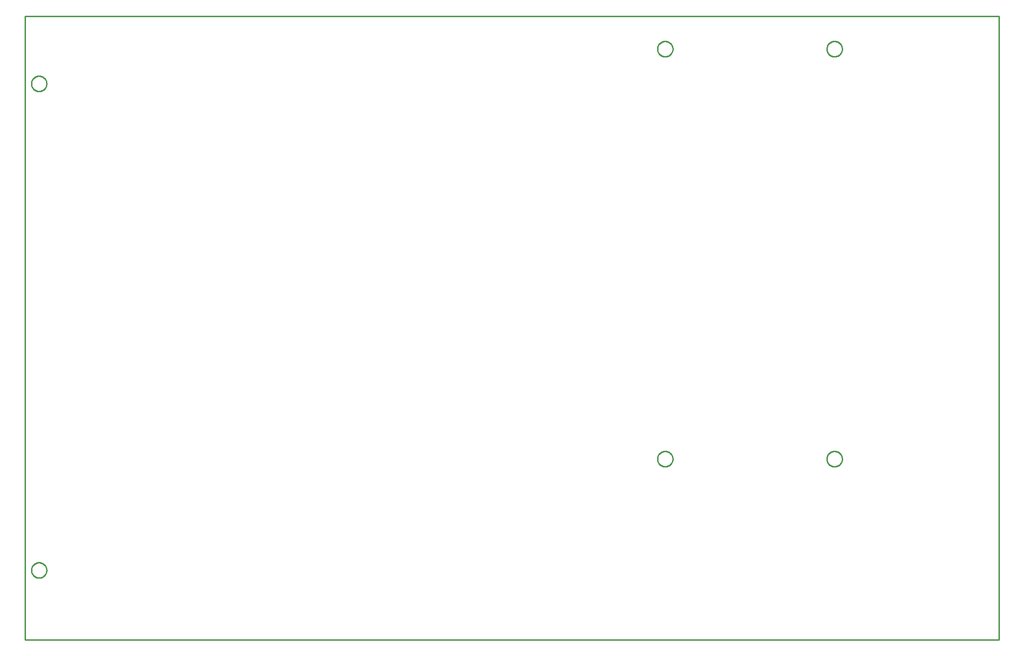
<source format=gbr>
G04 EAGLE Gerber RS-274X export*
G75*
%MOMM*%
%FSLAX34Y34*%
%LPD*%
%IN*%
%IPPOS*%
%AMOC8*
5,1,8,0,0,1.08239X$1,22.5*%
G01*
%ADD10C,0.254000*%


D10*
X0Y0D02*
X1777800Y0D01*
X1777800Y1139700D01*
X0Y1139700D01*
X0Y0D01*
X11430Y1016563D02*
X11501Y1017558D01*
X11643Y1018546D01*
X11855Y1019521D01*
X12136Y1020479D01*
X12485Y1021414D01*
X12900Y1022321D01*
X13378Y1023197D01*
X13917Y1024037D01*
X14515Y1024835D01*
X15169Y1025589D01*
X15875Y1026295D01*
X16629Y1026949D01*
X17428Y1027547D01*
X18267Y1028086D01*
X19143Y1028564D01*
X20051Y1028979D01*
X20985Y1029328D01*
X21943Y1029609D01*
X22918Y1029821D01*
X23906Y1029963D01*
X24901Y1030034D01*
X25899Y1030034D01*
X26894Y1029963D01*
X27882Y1029821D01*
X28857Y1029609D01*
X29815Y1029328D01*
X30750Y1028979D01*
X31657Y1028564D01*
X32533Y1028086D01*
X33373Y1027547D01*
X34171Y1026949D01*
X34925Y1026295D01*
X35631Y1025589D01*
X36285Y1024835D01*
X36883Y1024037D01*
X37422Y1023197D01*
X37900Y1022321D01*
X38315Y1021414D01*
X38664Y1020479D01*
X38945Y1019521D01*
X39157Y1018546D01*
X39299Y1017558D01*
X39370Y1016563D01*
X39370Y1015565D01*
X39299Y1014570D01*
X39157Y1013582D01*
X38945Y1012607D01*
X38664Y1011649D01*
X38315Y1010715D01*
X37900Y1009807D01*
X37422Y1008931D01*
X36883Y1008092D01*
X36285Y1007293D01*
X35631Y1006539D01*
X34925Y1005833D01*
X34171Y1005179D01*
X33373Y1004581D01*
X32533Y1004042D01*
X31657Y1003564D01*
X30750Y1003149D01*
X29815Y1002800D01*
X28857Y1002519D01*
X27882Y1002307D01*
X26894Y1002165D01*
X25899Y1002094D01*
X24901Y1002094D01*
X23906Y1002165D01*
X22918Y1002307D01*
X21943Y1002519D01*
X20985Y1002800D01*
X20051Y1003149D01*
X19143Y1003564D01*
X18267Y1004042D01*
X17428Y1004581D01*
X16629Y1005179D01*
X15875Y1005833D01*
X15169Y1006539D01*
X14515Y1007293D01*
X13917Y1008092D01*
X13378Y1008931D01*
X12900Y1009807D01*
X12485Y1010715D01*
X12136Y1011649D01*
X11855Y1012607D01*
X11643Y1013582D01*
X11501Y1014570D01*
X11430Y1015565D01*
X11430Y1016563D01*
X11430Y127435D02*
X11501Y128430D01*
X11643Y129418D01*
X11855Y130393D01*
X12136Y131351D01*
X12485Y132286D01*
X12900Y133193D01*
X13378Y134069D01*
X13917Y134909D01*
X14515Y135707D01*
X15169Y136461D01*
X15875Y137167D01*
X16629Y137821D01*
X17428Y138419D01*
X18267Y138958D01*
X19143Y139436D01*
X20051Y139851D01*
X20985Y140200D01*
X21943Y140481D01*
X22918Y140693D01*
X23906Y140835D01*
X24901Y140906D01*
X25899Y140906D01*
X26894Y140835D01*
X27882Y140693D01*
X28857Y140481D01*
X29815Y140200D01*
X30750Y139851D01*
X31657Y139436D01*
X32533Y138958D01*
X33373Y138419D01*
X34171Y137821D01*
X34925Y137167D01*
X35631Y136461D01*
X36285Y135707D01*
X36883Y134909D01*
X37422Y134069D01*
X37900Y133193D01*
X38315Y132286D01*
X38664Y131351D01*
X38945Y130393D01*
X39157Y129418D01*
X39299Y128430D01*
X39370Y127435D01*
X39370Y126437D01*
X39299Y125442D01*
X39157Y124454D01*
X38945Y123479D01*
X38664Y122521D01*
X38315Y121587D01*
X37900Y120679D01*
X37422Y119803D01*
X36883Y118964D01*
X36285Y118165D01*
X35631Y117411D01*
X34925Y116705D01*
X34171Y116051D01*
X33373Y115453D01*
X32533Y114914D01*
X31657Y114436D01*
X30750Y114021D01*
X29815Y113672D01*
X28857Y113391D01*
X27882Y113179D01*
X26894Y113037D01*
X25899Y112966D01*
X24901Y112966D01*
X23906Y113037D01*
X22918Y113179D01*
X21943Y113391D01*
X20985Y113672D01*
X20051Y114021D01*
X19143Y114436D01*
X18267Y114914D01*
X17428Y115453D01*
X16629Y116051D01*
X15875Y116705D01*
X15169Y117411D01*
X14515Y118165D01*
X13917Y118964D01*
X13378Y119803D01*
X12900Y120679D01*
X12485Y121587D01*
X12136Y122521D01*
X11855Y123479D01*
X11643Y124454D01*
X11501Y125442D01*
X11430Y126437D01*
X11430Y127435D01*
X1167900Y1065500D02*
X1166903Y1065571D01*
X1165913Y1065714D01*
X1164936Y1065926D01*
X1163976Y1066208D01*
X1163039Y1066557D01*
X1162129Y1066973D01*
X1161252Y1067452D01*
X1160410Y1067993D01*
X1159610Y1068592D01*
X1158854Y1069247D01*
X1158147Y1069954D01*
X1157492Y1070710D01*
X1156893Y1071510D01*
X1156352Y1072352D01*
X1155873Y1073229D01*
X1155457Y1074139D01*
X1155108Y1075076D01*
X1154826Y1076036D01*
X1154614Y1077013D01*
X1154471Y1078003D01*
X1154400Y1079000D01*
X1154400Y1080000D01*
X1154471Y1080998D01*
X1154614Y1081987D01*
X1154826Y1082965D01*
X1155108Y1083924D01*
X1155457Y1084861D01*
X1155873Y1085771D01*
X1156352Y1086648D01*
X1156893Y1087490D01*
X1157492Y1088290D01*
X1158147Y1089046D01*
X1158854Y1089753D01*
X1159610Y1090408D01*
X1160410Y1091007D01*
X1161252Y1091548D01*
X1162129Y1092027D01*
X1163039Y1092443D01*
X1163976Y1092792D01*
X1164936Y1093074D01*
X1165913Y1093286D01*
X1166903Y1093429D01*
X1167900Y1093500D01*
X1168900Y1093500D01*
X1169898Y1093429D01*
X1170887Y1093286D01*
X1171865Y1093074D01*
X1172824Y1092792D01*
X1173761Y1092443D01*
X1174671Y1092027D01*
X1175548Y1091548D01*
X1176390Y1091007D01*
X1177190Y1090408D01*
X1177946Y1089753D01*
X1178653Y1089046D01*
X1179308Y1088290D01*
X1179907Y1087490D01*
X1180448Y1086648D01*
X1180927Y1085771D01*
X1181343Y1084861D01*
X1181692Y1083924D01*
X1181974Y1082965D01*
X1182186Y1081987D01*
X1182329Y1080998D01*
X1182400Y1080000D01*
X1182400Y1079000D01*
X1182329Y1078003D01*
X1182186Y1077013D01*
X1181974Y1076036D01*
X1181692Y1075076D01*
X1181343Y1074139D01*
X1180927Y1073229D01*
X1180448Y1072352D01*
X1179907Y1071510D01*
X1179308Y1070710D01*
X1178653Y1069954D01*
X1177946Y1069247D01*
X1177190Y1068592D01*
X1176390Y1067993D01*
X1175548Y1067452D01*
X1174671Y1066973D01*
X1173761Y1066557D01*
X1172824Y1066208D01*
X1171865Y1065926D01*
X1170887Y1065714D01*
X1169898Y1065571D01*
X1168900Y1065500D01*
X1167900Y1065500D01*
X1477100Y1065500D02*
X1476103Y1065571D01*
X1475113Y1065714D01*
X1474136Y1065926D01*
X1473176Y1066208D01*
X1472239Y1066557D01*
X1471329Y1066973D01*
X1470452Y1067452D01*
X1469610Y1067993D01*
X1468810Y1068592D01*
X1468054Y1069247D01*
X1467347Y1069954D01*
X1466692Y1070710D01*
X1466093Y1071510D01*
X1465552Y1072352D01*
X1465073Y1073229D01*
X1464657Y1074139D01*
X1464308Y1075076D01*
X1464026Y1076036D01*
X1463814Y1077013D01*
X1463671Y1078003D01*
X1463600Y1079000D01*
X1463600Y1080000D01*
X1463671Y1080998D01*
X1463814Y1081987D01*
X1464026Y1082965D01*
X1464308Y1083924D01*
X1464657Y1084861D01*
X1465073Y1085771D01*
X1465552Y1086648D01*
X1466093Y1087490D01*
X1466692Y1088290D01*
X1467347Y1089046D01*
X1468054Y1089753D01*
X1468810Y1090408D01*
X1469610Y1091007D01*
X1470452Y1091548D01*
X1471329Y1092027D01*
X1472239Y1092443D01*
X1473176Y1092792D01*
X1474136Y1093074D01*
X1475113Y1093286D01*
X1476103Y1093429D01*
X1477100Y1093500D01*
X1478100Y1093500D01*
X1479098Y1093429D01*
X1480087Y1093286D01*
X1481065Y1093074D01*
X1482024Y1092792D01*
X1482961Y1092443D01*
X1483871Y1092027D01*
X1484748Y1091548D01*
X1485590Y1091007D01*
X1486390Y1090408D01*
X1487146Y1089753D01*
X1487853Y1089046D01*
X1488508Y1088290D01*
X1489107Y1087490D01*
X1489648Y1086648D01*
X1490127Y1085771D01*
X1490543Y1084861D01*
X1490892Y1083924D01*
X1491174Y1082965D01*
X1491386Y1081987D01*
X1491529Y1080998D01*
X1491600Y1080000D01*
X1491600Y1079000D01*
X1491529Y1078003D01*
X1491386Y1077013D01*
X1491174Y1076036D01*
X1490892Y1075076D01*
X1490543Y1074139D01*
X1490127Y1073229D01*
X1489648Y1072352D01*
X1489107Y1071510D01*
X1488508Y1070710D01*
X1487853Y1069954D01*
X1487146Y1069247D01*
X1486390Y1068592D01*
X1485590Y1067993D01*
X1484748Y1067452D01*
X1483871Y1066973D01*
X1482961Y1066557D01*
X1482024Y1066208D01*
X1481065Y1065926D01*
X1480087Y1065714D01*
X1479098Y1065571D01*
X1478100Y1065500D01*
X1477100Y1065500D01*
X1477100Y316300D02*
X1476103Y316371D01*
X1475113Y316514D01*
X1474136Y316726D01*
X1473176Y317008D01*
X1472239Y317357D01*
X1471329Y317773D01*
X1470452Y318252D01*
X1469610Y318793D01*
X1468810Y319392D01*
X1468054Y320047D01*
X1467347Y320754D01*
X1466692Y321510D01*
X1466093Y322310D01*
X1465552Y323152D01*
X1465073Y324029D01*
X1464657Y324939D01*
X1464308Y325876D01*
X1464026Y326836D01*
X1463814Y327813D01*
X1463671Y328803D01*
X1463600Y329800D01*
X1463600Y330800D01*
X1463671Y331798D01*
X1463814Y332787D01*
X1464026Y333765D01*
X1464308Y334724D01*
X1464657Y335661D01*
X1465073Y336571D01*
X1465552Y337448D01*
X1466093Y338290D01*
X1466692Y339090D01*
X1467347Y339846D01*
X1468054Y340553D01*
X1468810Y341208D01*
X1469610Y341807D01*
X1470452Y342348D01*
X1471329Y342827D01*
X1472239Y343243D01*
X1473176Y343592D01*
X1474136Y343874D01*
X1475113Y344086D01*
X1476103Y344229D01*
X1477100Y344300D01*
X1478100Y344300D01*
X1479098Y344229D01*
X1480087Y344086D01*
X1481065Y343874D01*
X1482024Y343592D01*
X1482961Y343243D01*
X1483871Y342827D01*
X1484748Y342348D01*
X1485590Y341807D01*
X1486390Y341208D01*
X1487146Y340553D01*
X1487853Y339846D01*
X1488508Y339090D01*
X1489107Y338290D01*
X1489648Y337448D01*
X1490127Y336571D01*
X1490543Y335661D01*
X1490892Y334724D01*
X1491174Y333765D01*
X1491386Y332787D01*
X1491529Y331798D01*
X1491600Y330800D01*
X1491600Y329800D01*
X1491529Y328803D01*
X1491386Y327813D01*
X1491174Y326836D01*
X1490892Y325876D01*
X1490543Y324939D01*
X1490127Y324029D01*
X1489648Y323152D01*
X1489107Y322310D01*
X1488508Y321510D01*
X1487853Y320754D01*
X1487146Y320047D01*
X1486390Y319392D01*
X1485590Y318793D01*
X1484748Y318252D01*
X1483871Y317773D01*
X1482961Y317357D01*
X1482024Y317008D01*
X1481065Y316726D01*
X1480087Y316514D01*
X1479098Y316371D01*
X1478100Y316300D01*
X1477100Y316300D01*
X1167900Y316300D02*
X1166903Y316371D01*
X1165913Y316514D01*
X1164936Y316726D01*
X1163976Y317008D01*
X1163039Y317357D01*
X1162129Y317773D01*
X1161252Y318252D01*
X1160410Y318793D01*
X1159610Y319392D01*
X1158854Y320047D01*
X1158147Y320754D01*
X1157492Y321510D01*
X1156893Y322310D01*
X1156352Y323152D01*
X1155873Y324029D01*
X1155457Y324939D01*
X1155108Y325876D01*
X1154826Y326836D01*
X1154614Y327813D01*
X1154471Y328803D01*
X1154400Y329800D01*
X1154400Y330800D01*
X1154471Y331798D01*
X1154614Y332787D01*
X1154826Y333765D01*
X1155108Y334724D01*
X1155457Y335661D01*
X1155873Y336571D01*
X1156352Y337448D01*
X1156893Y338290D01*
X1157492Y339090D01*
X1158147Y339846D01*
X1158854Y340553D01*
X1159610Y341208D01*
X1160410Y341807D01*
X1161252Y342348D01*
X1162129Y342827D01*
X1163039Y343243D01*
X1163976Y343592D01*
X1164936Y343874D01*
X1165913Y344086D01*
X1166903Y344229D01*
X1167900Y344300D01*
X1168900Y344300D01*
X1169898Y344229D01*
X1170887Y344086D01*
X1171865Y343874D01*
X1172824Y343592D01*
X1173761Y343243D01*
X1174671Y342827D01*
X1175548Y342348D01*
X1176390Y341807D01*
X1177190Y341208D01*
X1177946Y340553D01*
X1178653Y339846D01*
X1179308Y339090D01*
X1179907Y338290D01*
X1180448Y337448D01*
X1180927Y336571D01*
X1181343Y335661D01*
X1181692Y334724D01*
X1181974Y333765D01*
X1182186Y332787D01*
X1182329Y331798D01*
X1182400Y330800D01*
X1182400Y329800D01*
X1182329Y328803D01*
X1182186Y327813D01*
X1181974Y326836D01*
X1181692Y325876D01*
X1181343Y324939D01*
X1180927Y324029D01*
X1180448Y323152D01*
X1179907Y322310D01*
X1179308Y321510D01*
X1178653Y320754D01*
X1177946Y320047D01*
X1177190Y319392D01*
X1176390Y318793D01*
X1175548Y318252D01*
X1174671Y317773D01*
X1173761Y317357D01*
X1172824Y317008D01*
X1171865Y316726D01*
X1170887Y316514D01*
X1169898Y316371D01*
X1168900Y316300D01*
X1167900Y316300D01*
M02*

</source>
